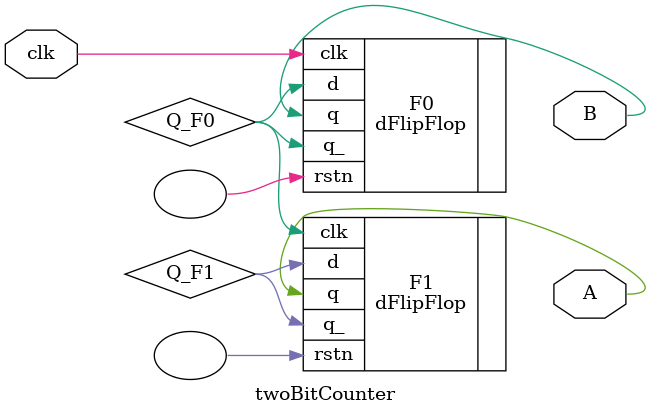
<source format=v>
module twoBitCounter (clk, A, B);

	input clk;
	output A, B;
	
	wire Q_F0, Q_F1;
	 
	dFlipFlop F0(

	.d(Q_F0),
	.rstn(),
	.clk(clk),
	.q(B),
	.q_(Q_F0),

);

	dFlipFlop F1(

	.d(Q_F1),
	.rstn(),
	.clk(Q_F0),
	.q(A),
	.q_(Q_F1),

);

endmodule

</source>
